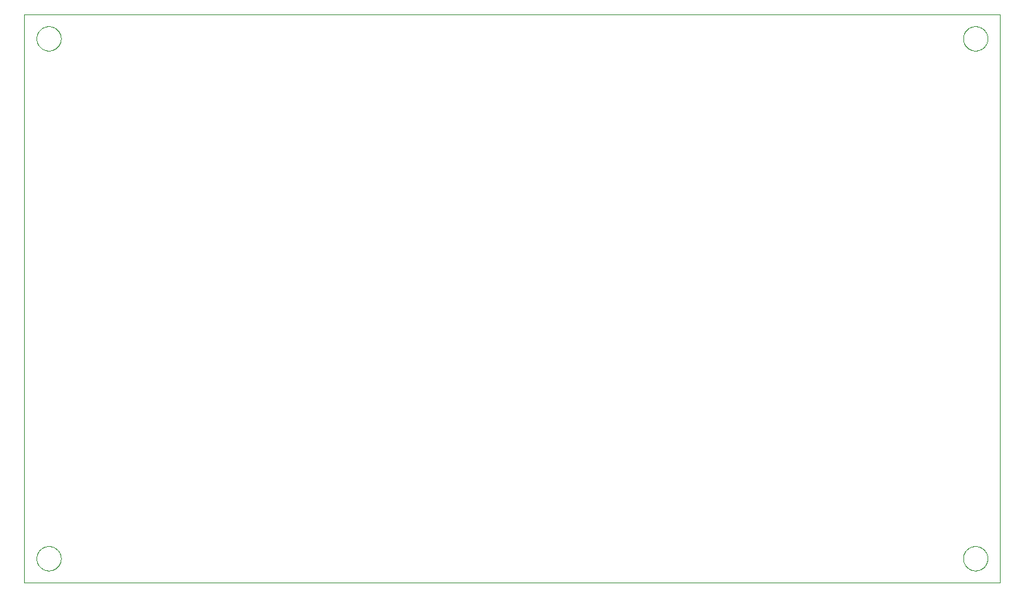
<source format=gbr>
G75*
%MOIN*%
%OFA0B0*%
%FSLAX25Y25*%
%IPPOS*%
%LPD*%
%AMOC8*
5,1,8,0,0,1.08239X$1,22.5*
%
%ADD10C,0.00000*%
D10*
X0006906Y0001800D02*
X0006906Y0277391D01*
X0479346Y0277391D01*
X0479346Y0001800D01*
X0006906Y0001800D01*
X0012811Y0013611D02*
X0012813Y0013764D01*
X0012819Y0013918D01*
X0012829Y0014071D01*
X0012843Y0014223D01*
X0012861Y0014376D01*
X0012883Y0014527D01*
X0012908Y0014678D01*
X0012938Y0014829D01*
X0012972Y0014979D01*
X0013009Y0015127D01*
X0013050Y0015275D01*
X0013095Y0015421D01*
X0013144Y0015567D01*
X0013197Y0015711D01*
X0013253Y0015853D01*
X0013313Y0015994D01*
X0013377Y0016134D01*
X0013444Y0016272D01*
X0013515Y0016408D01*
X0013590Y0016542D01*
X0013667Y0016674D01*
X0013749Y0016804D01*
X0013833Y0016932D01*
X0013921Y0017058D01*
X0014012Y0017181D01*
X0014106Y0017302D01*
X0014204Y0017420D01*
X0014304Y0017536D01*
X0014408Y0017649D01*
X0014514Y0017760D01*
X0014623Y0017868D01*
X0014735Y0017973D01*
X0014849Y0018074D01*
X0014967Y0018173D01*
X0015086Y0018269D01*
X0015208Y0018362D01*
X0015333Y0018451D01*
X0015460Y0018538D01*
X0015589Y0018620D01*
X0015720Y0018700D01*
X0015853Y0018776D01*
X0015988Y0018849D01*
X0016125Y0018918D01*
X0016264Y0018983D01*
X0016404Y0019045D01*
X0016546Y0019103D01*
X0016689Y0019158D01*
X0016834Y0019209D01*
X0016980Y0019256D01*
X0017127Y0019299D01*
X0017275Y0019338D01*
X0017424Y0019374D01*
X0017574Y0019405D01*
X0017725Y0019433D01*
X0017876Y0019457D01*
X0018029Y0019477D01*
X0018181Y0019493D01*
X0018334Y0019505D01*
X0018487Y0019513D01*
X0018640Y0019517D01*
X0018794Y0019517D01*
X0018947Y0019513D01*
X0019100Y0019505D01*
X0019253Y0019493D01*
X0019405Y0019477D01*
X0019558Y0019457D01*
X0019709Y0019433D01*
X0019860Y0019405D01*
X0020010Y0019374D01*
X0020159Y0019338D01*
X0020307Y0019299D01*
X0020454Y0019256D01*
X0020600Y0019209D01*
X0020745Y0019158D01*
X0020888Y0019103D01*
X0021030Y0019045D01*
X0021170Y0018983D01*
X0021309Y0018918D01*
X0021446Y0018849D01*
X0021581Y0018776D01*
X0021714Y0018700D01*
X0021845Y0018620D01*
X0021974Y0018538D01*
X0022101Y0018451D01*
X0022226Y0018362D01*
X0022348Y0018269D01*
X0022467Y0018173D01*
X0022585Y0018074D01*
X0022699Y0017973D01*
X0022811Y0017868D01*
X0022920Y0017760D01*
X0023026Y0017649D01*
X0023130Y0017536D01*
X0023230Y0017420D01*
X0023328Y0017302D01*
X0023422Y0017181D01*
X0023513Y0017058D01*
X0023601Y0016932D01*
X0023685Y0016804D01*
X0023767Y0016674D01*
X0023844Y0016542D01*
X0023919Y0016408D01*
X0023990Y0016272D01*
X0024057Y0016134D01*
X0024121Y0015994D01*
X0024181Y0015853D01*
X0024237Y0015711D01*
X0024290Y0015567D01*
X0024339Y0015421D01*
X0024384Y0015275D01*
X0024425Y0015127D01*
X0024462Y0014979D01*
X0024496Y0014829D01*
X0024526Y0014678D01*
X0024551Y0014527D01*
X0024573Y0014376D01*
X0024591Y0014223D01*
X0024605Y0014071D01*
X0024615Y0013918D01*
X0024621Y0013764D01*
X0024623Y0013611D01*
X0024621Y0013458D01*
X0024615Y0013304D01*
X0024605Y0013151D01*
X0024591Y0012999D01*
X0024573Y0012846D01*
X0024551Y0012695D01*
X0024526Y0012544D01*
X0024496Y0012393D01*
X0024462Y0012243D01*
X0024425Y0012095D01*
X0024384Y0011947D01*
X0024339Y0011801D01*
X0024290Y0011655D01*
X0024237Y0011511D01*
X0024181Y0011369D01*
X0024121Y0011228D01*
X0024057Y0011088D01*
X0023990Y0010950D01*
X0023919Y0010814D01*
X0023844Y0010680D01*
X0023767Y0010548D01*
X0023685Y0010418D01*
X0023601Y0010290D01*
X0023513Y0010164D01*
X0023422Y0010041D01*
X0023328Y0009920D01*
X0023230Y0009802D01*
X0023130Y0009686D01*
X0023026Y0009573D01*
X0022920Y0009462D01*
X0022811Y0009354D01*
X0022699Y0009249D01*
X0022585Y0009148D01*
X0022467Y0009049D01*
X0022348Y0008953D01*
X0022226Y0008860D01*
X0022101Y0008771D01*
X0021974Y0008684D01*
X0021845Y0008602D01*
X0021714Y0008522D01*
X0021581Y0008446D01*
X0021446Y0008373D01*
X0021309Y0008304D01*
X0021170Y0008239D01*
X0021030Y0008177D01*
X0020888Y0008119D01*
X0020745Y0008064D01*
X0020600Y0008013D01*
X0020454Y0007966D01*
X0020307Y0007923D01*
X0020159Y0007884D01*
X0020010Y0007848D01*
X0019860Y0007817D01*
X0019709Y0007789D01*
X0019558Y0007765D01*
X0019405Y0007745D01*
X0019253Y0007729D01*
X0019100Y0007717D01*
X0018947Y0007709D01*
X0018794Y0007705D01*
X0018640Y0007705D01*
X0018487Y0007709D01*
X0018334Y0007717D01*
X0018181Y0007729D01*
X0018029Y0007745D01*
X0017876Y0007765D01*
X0017725Y0007789D01*
X0017574Y0007817D01*
X0017424Y0007848D01*
X0017275Y0007884D01*
X0017127Y0007923D01*
X0016980Y0007966D01*
X0016834Y0008013D01*
X0016689Y0008064D01*
X0016546Y0008119D01*
X0016404Y0008177D01*
X0016264Y0008239D01*
X0016125Y0008304D01*
X0015988Y0008373D01*
X0015853Y0008446D01*
X0015720Y0008522D01*
X0015589Y0008602D01*
X0015460Y0008684D01*
X0015333Y0008771D01*
X0015208Y0008860D01*
X0015086Y0008953D01*
X0014967Y0009049D01*
X0014849Y0009148D01*
X0014735Y0009249D01*
X0014623Y0009354D01*
X0014514Y0009462D01*
X0014408Y0009573D01*
X0014304Y0009686D01*
X0014204Y0009802D01*
X0014106Y0009920D01*
X0014012Y0010041D01*
X0013921Y0010164D01*
X0013833Y0010290D01*
X0013749Y0010418D01*
X0013667Y0010548D01*
X0013590Y0010680D01*
X0013515Y0010814D01*
X0013444Y0010950D01*
X0013377Y0011088D01*
X0013313Y0011228D01*
X0013253Y0011369D01*
X0013197Y0011511D01*
X0013144Y0011655D01*
X0013095Y0011801D01*
X0013050Y0011947D01*
X0013009Y0012095D01*
X0012972Y0012243D01*
X0012938Y0012393D01*
X0012908Y0012544D01*
X0012883Y0012695D01*
X0012861Y0012846D01*
X0012843Y0012999D01*
X0012829Y0013151D01*
X0012819Y0013304D01*
X0012813Y0013458D01*
X0012811Y0013611D01*
X0461629Y0013611D02*
X0461631Y0013764D01*
X0461637Y0013918D01*
X0461647Y0014071D01*
X0461661Y0014223D01*
X0461679Y0014376D01*
X0461701Y0014527D01*
X0461726Y0014678D01*
X0461756Y0014829D01*
X0461790Y0014979D01*
X0461827Y0015127D01*
X0461868Y0015275D01*
X0461913Y0015421D01*
X0461962Y0015567D01*
X0462015Y0015711D01*
X0462071Y0015853D01*
X0462131Y0015994D01*
X0462195Y0016134D01*
X0462262Y0016272D01*
X0462333Y0016408D01*
X0462408Y0016542D01*
X0462485Y0016674D01*
X0462567Y0016804D01*
X0462651Y0016932D01*
X0462739Y0017058D01*
X0462830Y0017181D01*
X0462924Y0017302D01*
X0463022Y0017420D01*
X0463122Y0017536D01*
X0463226Y0017649D01*
X0463332Y0017760D01*
X0463441Y0017868D01*
X0463553Y0017973D01*
X0463667Y0018074D01*
X0463785Y0018173D01*
X0463904Y0018269D01*
X0464026Y0018362D01*
X0464151Y0018451D01*
X0464278Y0018538D01*
X0464407Y0018620D01*
X0464538Y0018700D01*
X0464671Y0018776D01*
X0464806Y0018849D01*
X0464943Y0018918D01*
X0465082Y0018983D01*
X0465222Y0019045D01*
X0465364Y0019103D01*
X0465507Y0019158D01*
X0465652Y0019209D01*
X0465798Y0019256D01*
X0465945Y0019299D01*
X0466093Y0019338D01*
X0466242Y0019374D01*
X0466392Y0019405D01*
X0466543Y0019433D01*
X0466694Y0019457D01*
X0466847Y0019477D01*
X0466999Y0019493D01*
X0467152Y0019505D01*
X0467305Y0019513D01*
X0467458Y0019517D01*
X0467612Y0019517D01*
X0467765Y0019513D01*
X0467918Y0019505D01*
X0468071Y0019493D01*
X0468223Y0019477D01*
X0468376Y0019457D01*
X0468527Y0019433D01*
X0468678Y0019405D01*
X0468828Y0019374D01*
X0468977Y0019338D01*
X0469125Y0019299D01*
X0469272Y0019256D01*
X0469418Y0019209D01*
X0469563Y0019158D01*
X0469706Y0019103D01*
X0469848Y0019045D01*
X0469988Y0018983D01*
X0470127Y0018918D01*
X0470264Y0018849D01*
X0470399Y0018776D01*
X0470532Y0018700D01*
X0470663Y0018620D01*
X0470792Y0018538D01*
X0470919Y0018451D01*
X0471044Y0018362D01*
X0471166Y0018269D01*
X0471285Y0018173D01*
X0471403Y0018074D01*
X0471517Y0017973D01*
X0471629Y0017868D01*
X0471738Y0017760D01*
X0471844Y0017649D01*
X0471948Y0017536D01*
X0472048Y0017420D01*
X0472146Y0017302D01*
X0472240Y0017181D01*
X0472331Y0017058D01*
X0472419Y0016932D01*
X0472503Y0016804D01*
X0472585Y0016674D01*
X0472662Y0016542D01*
X0472737Y0016408D01*
X0472808Y0016272D01*
X0472875Y0016134D01*
X0472939Y0015994D01*
X0472999Y0015853D01*
X0473055Y0015711D01*
X0473108Y0015567D01*
X0473157Y0015421D01*
X0473202Y0015275D01*
X0473243Y0015127D01*
X0473280Y0014979D01*
X0473314Y0014829D01*
X0473344Y0014678D01*
X0473369Y0014527D01*
X0473391Y0014376D01*
X0473409Y0014223D01*
X0473423Y0014071D01*
X0473433Y0013918D01*
X0473439Y0013764D01*
X0473441Y0013611D01*
X0473439Y0013458D01*
X0473433Y0013304D01*
X0473423Y0013151D01*
X0473409Y0012999D01*
X0473391Y0012846D01*
X0473369Y0012695D01*
X0473344Y0012544D01*
X0473314Y0012393D01*
X0473280Y0012243D01*
X0473243Y0012095D01*
X0473202Y0011947D01*
X0473157Y0011801D01*
X0473108Y0011655D01*
X0473055Y0011511D01*
X0472999Y0011369D01*
X0472939Y0011228D01*
X0472875Y0011088D01*
X0472808Y0010950D01*
X0472737Y0010814D01*
X0472662Y0010680D01*
X0472585Y0010548D01*
X0472503Y0010418D01*
X0472419Y0010290D01*
X0472331Y0010164D01*
X0472240Y0010041D01*
X0472146Y0009920D01*
X0472048Y0009802D01*
X0471948Y0009686D01*
X0471844Y0009573D01*
X0471738Y0009462D01*
X0471629Y0009354D01*
X0471517Y0009249D01*
X0471403Y0009148D01*
X0471285Y0009049D01*
X0471166Y0008953D01*
X0471044Y0008860D01*
X0470919Y0008771D01*
X0470792Y0008684D01*
X0470663Y0008602D01*
X0470532Y0008522D01*
X0470399Y0008446D01*
X0470264Y0008373D01*
X0470127Y0008304D01*
X0469988Y0008239D01*
X0469848Y0008177D01*
X0469706Y0008119D01*
X0469563Y0008064D01*
X0469418Y0008013D01*
X0469272Y0007966D01*
X0469125Y0007923D01*
X0468977Y0007884D01*
X0468828Y0007848D01*
X0468678Y0007817D01*
X0468527Y0007789D01*
X0468376Y0007765D01*
X0468223Y0007745D01*
X0468071Y0007729D01*
X0467918Y0007717D01*
X0467765Y0007709D01*
X0467612Y0007705D01*
X0467458Y0007705D01*
X0467305Y0007709D01*
X0467152Y0007717D01*
X0466999Y0007729D01*
X0466847Y0007745D01*
X0466694Y0007765D01*
X0466543Y0007789D01*
X0466392Y0007817D01*
X0466242Y0007848D01*
X0466093Y0007884D01*
X0465945Y0007923D01*
X0465798Y0007966D01*
X0465652Y0008013D01*
X0465507Y0008064D01*
X0465364Y0008119D01*
X0465222Y0008177D01*
X0465082Y0008239D01*
X0464943Y0008304D01*
X0464806Y0008373D01*
X0464671Y0008446D01*
X0464538Y0008522D01*
X0464407Y0008602D01*
X0464278Y0008684D01*
X0464151Y0008771D01*
X0464026Y0008860D01*
X0463904Y0008953D01*
X0463785Y0009049D01*
X0463667Y0009148D01*
X0463553Y0009249D01*
X0463441Y0009354D01*
X0463332Y0009462D01*
X0463226Y0009573D01*
X0463122Y0009686D01*
X0463022Y0009802D01*
X0462924Y0009920D01*
X0462830Y0010041D01*
X0462739Y0010164D01*
X0462651Y0010290D01*
X0462567Y0010418D01*
X0462485Y0010548D01*
X0462408Y0010680D01*
X0462333Y0010814D01*
X0462262Y0010950D01*
X0462195Y0011088D01*
X0462131Y0011228D01*
X0462071Y0011369D01*
X0462015Y0011511D01*
X0461962Y0011655D01*
X0461913Y0011801D01*
X0461868Y0011947D01*
X0461827Y0012095D01*
X0461790Y0012243D01*
X0461756Y0012393D01*
X0461726Y0012544D01*
X0461701Y0012695D01*
X0461679Y0012846D01*
X0461661Y0012999D01*
X0461647Y0013151D01*
X0461637Y0013304D01*
X0461631Y0013458D01*
X0461629Y0013611D01*
X0461629Y0265580D02*
X0461631Y0265733D01*
X0461637Y0265887D01*
X0461647Y0266040D01*
X0461661Y0266192D01*
X0461679Y0266345D01*
X0461701Y0266496D01*
X0461726Y0266647D01*
X0461756Y0266798D01*
X0461790Y0266948D01*
X0461827Y0267096D01*
X0461868Y0267244D01*
X0461913Y0267390D01*
X0461962Y0267536D01*
X0462015Y0267680D01*
X0462071Y0267822D01*
X0462131Y0267963D01*
X0462195Y0268103D01*
X0462262Y0268241D01*
X0462333Y0268377D01*
X0462408Y0268511D01*
X0462485Y0268643D01*
X0462567Y0268773D01*
X0462651Y0268901D01*
X0462739Y0269027D01*
X0462830Y0269150D01*
X0462924Y0269271D01*
X0463022Y0269389D01*
X0463122Y0269505D01*
X0463226Y0269618D01*
X0463332Y0269729D01*
X0463441Y0269837D01*
X0463553Y0269942D01*
X0463667Y0270043D01*
X0463785Y0270142D01*
X0463904Y0270238D01*
X0464026Y0270331D01*
X0464151Y0270420D01*
X0464278Y0270507D01*
X0464407Y0270589D01*
X0464538Y0270669D01*
X0464671Y0270745D01*
X0464806Y0270818D01*
X0464943Y0270887D01*
X0465082Y0270952D01*
X0465222Y0271014D01*
X0465364Y0271072D01*
X0465507Y0271127D01*
X0465652Y0271178D01*
X0465798Y0271225D01*
X0465945Y0271268D01*
X0466093Y0271307D01*
X0466242Y0271343D01*
X0466392Y0271374D01*
X0466543Y0271402D01*
X0466694Y0271426D01*
X0466847Y0271446D01*
X0466999Y0271462D01*
X0467152Y0271474D01*
X0467305Y0271482D01*
X0467458Y0271486D01*
X0467612Y0271486D01*
X0467765Y0271482D01*
X0467918Y0271474D01*
X0468071Y0271462D01*
X0468223Y0271446D01*
X0468376Y0271426D01*
X0468527Y0271402D01*
X0468678Y0271374D01*
X0468828Y0271343D01*
X0468977Y0271307D01*
X0469125Y0271268D01*
X0469272Y0271225D01*
X0469418Y0271178D01*
X0469563Y0271127D01*
X0469706Y0271072D01*
X0469848Y0271014D01*
X0469988Y0270952D01*
X0470127Y0270887D01*
X0470264Y0270818D01*
X0470399Y0270745D01*
X0470532Y0270669D01*
X0470663Y0270589D01*
X0470792Y0270507D01*
X0470919Y0270420D01*
X0471044Y0270331D01*
X0471166Y0270238D01*
X0471285Y0270142D01*
X0471403Y0270043D01*
X0471517Y0269942D01*
X0471629Y0269837D01*
X0471738Y0269729D01*
X0471844Y0269618D01*
X0471948Y0269505D01*
X0472048Y0269389D01*
X0472146Y0269271D01*
X0472240Y0269150D01*
X0472331Y0269027D01*
X0472419Y0268901D01*
X0472503Y0268773D01*
X0472585Y0268643D01*
X0472662Y0268511D01*
X0472737Y0268377D01*
X0472808Y0268241D01*
X0472875Y0268103D01*
X0472939Y0267963D01*
X0472999Y0267822D01*
X0473055Y0267680D01*
X0473108Y0267536D01*
X0473157Y0267390D01*
X0473202Y0267244D01*
X0473243Y0267096D01*
X0473280Y0266948D01*
X0473314Y0266798D01*
X0473344Y0266647D01*
X0473369Y0266496D01*
X0473391Y0266345D01*
X0473409Y0266192D01*
X0473423Y0266040D01*
X0473433Y0265887D01*
X0473439Y0265733D01*
X0473441Y0265580D01*
X0473439Y0265427D01*
X0473433Y0265273D01*
X0473423Y0265120D01*
X0473409Y0264968D01*
X0473391Y0264815D01*
X0473369Y0264664D01*
X0473344Y0264513D01*
X0473314Y0264362D01*
X0473280Y0264212D01*
X0473243Y0264064D01*
X0473202Y0263916D01*
X0473157Y0263770D01*
X0473108Y0263624D01*
X0473055Y0263480D01*
X0472999Y0263338D01*
X0472939Y0263197D01*
X0472875Y0263057D01*
X0472808Y0262919D01*
X0472737Y0262783D01*
X0472662Y0262649D01*
X0472585Y0262517D01*
X0472503Y0262387D01*
X0472419Y0262259D01*
X0472331Y0262133D01*
X0472240Y0262010D01*
X0472146Y0261889D01*
X0472048Y0261771D01*
X0471948Y0261655D01*
X0471844Y0261542D01*
X0471738Y0261431D01*
X0471629Y0261323D01*
X0471517Y0261218D01*
X0471403Y0261117D01*
X0471285Y0261018D01*
X0471166Y0260922D01*
X0471044Y0260829D01*
X0470919Y0260740D01*
X0470792Y0260653D01*
X0470663Y0260571D01*
X0470532Y0260491D01*
X0470399Y0260415D01*
X0470264Y0260342D01*
X0470127Y0260273D01*
X0469988Y0260208D01*
X0469848Y0260146D01*
X0469706Y0260088D01*
X0469563Y0260033D01*
X0469418Y0259982D01*
X0469272Y0259935D01*
X0469125Y0259892D01*
X0468977Y0259853D01*
X0468828Y0259817D01*
X0468678Y0259786D01*
X0468527Y0259758D01*
X0468376Y0259734D01*
X0468223Y0259714D01*
X0468071Y0259698D01*
X0467918Y0259686D01*
X0467765Y0259678D01*
X0467612Y0259674D01*
X0467458Y0259674D01*
X0467305Y0259678D01*
X0467152Y0259686D01*
X0466999Y0259698D01*
X0466847Y0259714D01*
X0466694Y0259734D01*
X0466543Y0259758D01*
X0466392Y0259786D01*
X0466242Y0259817D01*
X0466093Y0259853D01*
X0465945Y0259892D01*
X0465798Y0259935D01*
X0465652Y0259982D01*
X0465507Y0260033D01*
X0465364Y0260088D01*
X0465222Y0260146D01*
X0465082Y0260208D01*
X0464943Y0260273D01*
X0464806Y0260342D01*
X0464671Y0260415D01*
X0464538Y0260491D01*
X0464407Y0260571D01*
X0464278Y0260653D01*
X0464151Y0260740D01*
X0464026Y0260829D01*
X0463904Y0260922D01*
X0463785Y0261018D01*
X0463667Y0261117D01*
X0463553Y0261218D01*
X0463441Y0261323D01*
X0463332Y0261431D01*
X0463226Y0261542D01*
X0463122Y0261655D01*
X0463022Y0261771D01*
X0462924Y0261889D01*
X0462830Y0262010D01*
X0462739Y0262133D01*
X0462651Y0262259D01*
X0462567Y0262387D01*
X0462485Y0262517D01*
X0462408Y0262649D01*
X0462333Y0262783D01*
X0462262Y0262919D01*
X0462195Y0263057D01*
X0462131Y0263197D01*
X0462071Y0263338D01*
X0462015Y0263480D01*
X0461962Y0263624D01*
X0461913Y0263770D01*
X0461868Y0263916D01*
X0461827Y0264064D01*
X0461790Y0264212D01*
X0461756Y0264362D01*
X0461726Y0264513D01*
X0461701Y0264664D01*
X0461679Y0264815D01*
X0461661Y0264968D01*
X0461647Y0265120D01*
X0461637Y0265273D01*
X0461631Y0265427D01*
X0461629Y0265580D01*
X0012811Y0265580D02*
X0012813Y0265733D01*
X0012819Y0265887D01*
X0012829Y0266040D01*
X0012843Y0266192D01*
X0012861Y0266345D01*
X0012883Y0266496D01*
X0012908Y0266647D01*
X0012938Y0266798D01*
X0012972Y0266948D01*
X0013009Y0267096D01*
X0013050Y0267244D01*
X0013095Y0267390D01*
X0013144Y0267536D01*
X0013197Y0267680D01*
X0013253Y0267822D01*
X0013313Y0267963D01*
X0013377Y0268103D01*
X0013444Y0268241D01*
X0013515Y0268377D01*
X0013590Y0268511D01*
X0013667Y0268643D01*
X0013749Y0268773D01*
X0013833Y0268901D01*
X0013921Y0269027D01*
X0014012Y0269150D01*
X0014106Y0269271D01*
X0014204Y0269389D01*
X0014304Y0269505D01*
X0014408Y0269618D01*
X0014514Y0269729D01*
X0014623Y0269837D01*
X0014735Y0269942D01*
X0014849Y0270043D01*
X0014967Y0270142D01*
X0015086Y0270238D01*
X0015208Y0270331D01*
X0015333Y0270420D01*
X0015460Y0270507D01*
X0015589Y0270589D01*
X0015720Y0270669D01*
X0015853Y0270745D01*
X0015988Y0270818D01*
X0016125Y0270887D01*
X0016264Y0270952D01*
X0016404Y0271014D01*
X0016546Y0271072D01*
X0016689Y0271127D01*
X0016834Y0271178D01*
X0016980Y0271225D01*
X0017127Y0271268D01*
X0017275Y0271307D01*
X0017424Y0271343D01*
X0017574Y0271374D01*
X0017725Y0271402D01*
X0017876Y0271426D01*
X0018029Y0271446D01*
X0018181Y0271462D01*
X0018334Y0271474D01*
X0018487Y0271482D01*
X0018640Y0271486D01*
X0018794Y0271486D01*
X0018947Y0271482D01*
X0019100Y0271474D01*
X0019253Y0271462D01*
X0019405Y0271446D01*
X0019558Y0271426D01*
X0019709Y0271402D01*
X0019860Y0271374D01*
X0020010Y0271343D01*
X0020159Y0271307D01*
X0020307Y0271268D01*
X0020454Y0271225D01*
X0020600Y0271178D01*
X0020745Y0271127D01*
X0020888Y0271072D01*
X0021030Y0271014D01*
X0021170Y0270952D01*
X0021309Y0270887D01*
X0021446Y0270818D01*
X0021581Y0270745D01*
X0021714Y0270669D01*
X0021845Y0270589D01*
X0021974Y0270507D01*
X0022101Y0270420D01*
X0022226Y0270331D01*
X0022348Y0270238D01*
X0022467Y0270142D01*
X0022585Y0270043D01*
X0022699Y0269942D01*
X0022811Y0269837D01*
X0022920Y0269729D01*
X0023026Y0269618D01*
X0023130Y0269505D01*
X0023230Y0269389D01*
X0023328Y0269271D01*
X0023422Y0269150D01*
X0023513Y0269027D01*
X0023601Y0268901D01*
X0023685Y0268773D01*
X0023767Y0268643D01*
X0023844Y0268511D01*
X0023919Y0268377D01*
X0023990Y0268241D01*
X0024057Y0268103D01*
X0024121Y0267963D01*
X0024181Y0267822D01*
X0024237Y0267680D01*
X0024290Y0267536D01*
X0024339Y0267390D01*
X0024384Y0267244D01*
X0024425Y0267096D01*
X0024462Y0266948D01*
X0024496Y0266798D01*
X0024526Y0266647D01*
X0024551Y0266496D01*
X0024573Y0266345D01*
X0024591Y0266192D01*
X0024605Y0266040D01*
X0024615Y0265887D01*
X0024621Y0265733D01*
X0024623Y0265580D01*
X0024621Y0265427D01*
X0024615Y0265273D01*
X0024605Y0265120D01*
X0024591Y0264968D01*
X0024573Y0264815D01*
X0024551Y0264664D01*
X0024526Y0264513D01*
X0024496Y0264362D01*
X0024462Y0264212D01*
X0024425Y0264064D01*
X0024384Y0263916D01*
X0024339Y0263770D01*
X0024290Y0263624D01*
X0024237Y0263480D01*
X0024181Y0263338D01*
X0024121Y0263197D01*
X0024057Y0263057D01*
X0023990Y0262919D01*
X0023919Y0262783D01*
X0023844Y0262649D01*
X0023767Y0262517D01*
X0023685Y0262387D01*
X0023601Y0262259D01*
X0023513Y0262133D01*
X0023422Y0262010D01*
X0023328Y0261889D01*
X0023230Y0261771D01*
X0023130Y0261655D01*
X0023026Y0261542D01*
X0022920Y0261431D01*
X0022811Y0261323D01*
X0022699Y0261218D01*
X0022585Y0261117D01*
X0022467Y0261018D01*
X0022348Y0260922D01*
X0022226Y0260829D01*
X0022101Y0260740D01*
X0021974Y0260653D01*
X0021845Y0260571D01*
X0021714Y0260491D01*
X0021581Y0260415D01*
X0021446Y0260342D01*
X0021309Y0260273D01*
X0021170Y0260208D01*
X0021030Y0260146D01*
X0020888Y0260088D01*
X0020745Y0260033D01*
X0020600Y0259982D01*
X0020454Y0259935D01*
X0020307Y0259892D01*
X0020159Y0259853D01*
X0020010Y0259817D01*
X0019860Y0259786D01*
X0019709Y0259758D01*
X0019558Y0259734D01*
X0019405Y0259714D01*
X0019253Y0259698D01*
X0019100Y0259686D01*
X0018947Y0259678D01*
X0018794Y0259674D01*
X0018640Y0259674D01*
X0018487Y0259678D01*
X0018334Y0259686D01*
X0018181Y0259698D01*
X0018029Y0259714D01*
X0017876Y0259734D01*
X0017725Y0259758D01*
X0017574Y0259786D01*
X0017424Y0259817D01*
X0017275Y0259853D01*
X0017127Y0259892D01*
X0016980Y0259935D01*
X0016834Y0259982D01*
X0016689Y0260033D01*
X0016546Y0260088D01*
X0016404Y0260146D01*
X0016264Y0260208D01*
X0016125Y0260273D01*
X0015988Y0260342D01*
X0015853Y0260415D01*
X0015720Y0260491D01*
X0015589Y0260571D01*
X0015460Y0260653D01*
X0015333Y0260740D01*
X0015208Y0260829D01*
X0015086Y0260922D01*
X0014967Y0261018D01*
X0014849Y0261117D01*
X0014735Y0261218D01*
X0014623Y0261323D01*
X0014514Y0261431D01*
X0014408Y0261542D01*
X0014304Y0261655D01*
X0014204Y0261771D01*
X0014106Y0261889D01*
X0014012Y0262010D01*
X0013921Y0262133D01*
X0013833Y0262259D01*
X0013749Y0262387D01*
X0013667Y0262517D01*
X0013590Y0262649D01*
X0013515Y0262783D01*
X0013444Y0262919D01*
X0013377Y0263057D01*
X0013313Y0263197D01*
X0013253Y0263338D01*
X0013197Y0263480D01*
X0013144Y0263624D01*
X0013095Y0263770D01*
X0013050Y0263916D01*
X0013009Y0264064D01*
X0012972Y0264212D01*
X0012938Y0264362D01*
X0012908Y0264513D01*
X0012883Y0264664D01*
X0012861Y0264815D01*
X0012843Y0264968D01*
X0012829Y0265120D01*
X0012819Y0265273D01*
X0012813Y0265427D01*
X0012811Y0265580D01*
M02*

</source>
